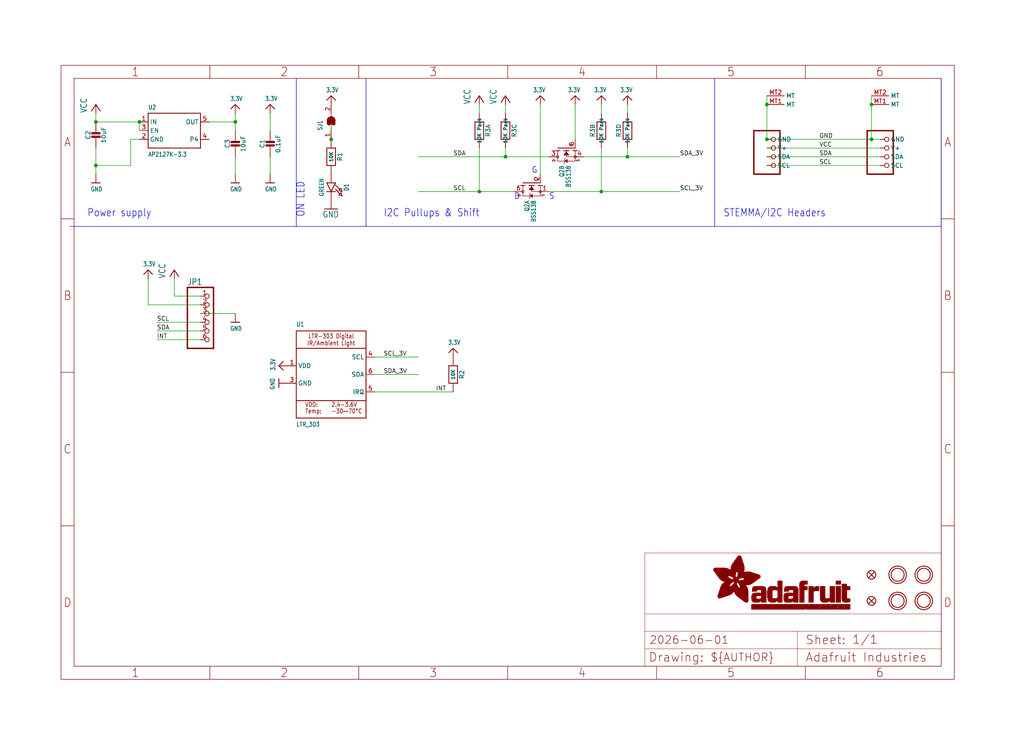
<source format=kicad_sch>
(kicad_sch (version 20230121) (generator eeschema)
  (paper "User" 298.45 217.322)
  (lib_symbols
    (symbol "working-eagle-import:3.3V" (power)
      (property "Value" "3.3V" (at -1.524 1.016 0))
      (symbol "3.3V_1_0"
        (pin power_in line (at 0 -2.54 90) (length 2.54) (name "3.3V") (number "1"))
      )
    )
    (symbol "working-eagle-import:CAP_CERAMIC0603_NO"
      (property "Reference" "C" (at -2.29 1.25 90))
      (symbol "CAP_CERAMIC0603_NO_1_0"
        (pin passive line (at 0 5.08 270) (length 2.54) (name "1") (number "1"))
        (pin passive line (at 0 -2.54 90) (length 2.54) (name "2") (number "2"))
      )
    )
    (symbol "working-eagle-import:CAP_CERAMIC0805-NOOUTLINE"
      (property "Reference" "C" (at -2.29 1.25 90))
      (symbol "CAP_CERAMIC0805-NOOUTLINE_1_0"
        (pin passive line (at 0 5.08 270) (length 2.54) (name "1") (number "1"))
        (pin passive line (at 0 -2.54 90) (length 2.54) (name "2") (number "2"))
      )
    )
    (symbol "working-eagle-import:FIDUCIAL_1MM")
    (symbol "working-eagle-import:FRAME_A4_ADAFRUIT"
      (symbol "FRAME_A4_ADAFRUIT_1_0"
        (text "${#}/${##}" (at 230.505 10.16 0) (effects (font (size 2.54 2.54)) (justify left bottom)))
        (text "${AUTHOR}" (at 189.23 5.08 0) (effects (font (size 2.286 2.286)) (justify left bottom)))
        (text "${CURRENT_DATE}" (at 171.45 10.16 0) (effects (font (size 2.286 2.286)) (justify left bottom)))
        (text "${PROJECTNAME}" (at 171.45 15.24 0) (effects (font (size 2.54 2.54)) (justify left bottom)))
        (text "1" (at 21.6958 1.905 0) (effects (font (size 2.54 2.286))))
        (text "1" (at 21.6958 177.165 0) (effects (font (size 2.54 2.286))))
        (text "2" (at 65.0875 1.905 0) (effects (font (size 2.54 2.286))))
        (text "2" (at 65.0875 177.165 0) (effects (font (size 2.54 2.286))))
        (text "3" (at 108.4792 1.905 0) (effects (font (size 2.54 2.286))))
        (text "3" (at 108.4792 177.165 0) (effects (font (size 2.54 2.286))))
        (text "4" (at 151.8708 1.905 0) (effects (font (size 2.54 2.286))))
        (text "4" (at 151.8708 177.165 0) (effects (font (size 2.54 2.286))))
        (text "5" (at 195.2625 1.905 0) (effects (font (size 2.54 2.286))))
        (text "5" (at 195.2625 177.165 0) (effects (font (size 2.54 2.286))))
        (text "6" (at 238.6542 1.905 0) (effects (font (size 2.54 2.286))))
        (text "6" (at 238.6542 177.165 0) (effects (font (size 2.54 2.286))))
        (text "A" (at 1.905 156.6863 0) (effects (font (size 2.54 2.286))))
        (text "A" (at 258.445 156.6863 0) (effects (font (size 2.54 2.286))))
        (text "Adafruit Industries" (at 216.916 4.953 0) (effects (font (size 2.54 2.54)) (justify left bottom)))
        (text "B" (at 1.905 111.9188 0) (effects (font (size 2.54 2.286))))
        (text "B" (at 258.445 111.9188 0) (effects (font (size 2.54 2.286))))
        (text "C" (at 1.905 67.1513 0) (effects (font (size 2.54 2.286))))
        (text "C" (at 258.445 67.1513 0) (effects (font (size 2.54 2.286))))
        (text "D" (at 1.905 22.3838 0) (effects (font (size 2.54 2.286))))
        (text "D" (at 258.445 22.3838 0) (effects (font (size 2.54 2.286))))
        (text "Drawing:" (at 171.196 4.953 0) (effects (font (size 2.54 2.54)) (justify left bottom)))
        (text "Sheet:" (at 216.916 10.033 0) (effects (font (size 2.54 2.54)) (justify left bottom)))
      )
    )
    (symbol "working-eagle-import:GND" (power)
      (property "Value" "GND" (at -1.524 -2.54 0))
      (symbol "GND_1_0"
        (pin power_in line (at 0 2.54 270) (length 2.54) (name "GND") (number "1"))
      )
    )
    (symbol "working-eagle-import:HEADER-1X670MIL"
      (property "Reference" "JP" (at -6.35 10.795 0))
      (symbol "HEADER-1X670MIL_1_0"
        (pin passive inverted (at -2.54 7.62 0) (length 2.54) (name "1") (number "1"))
        (pin passive inverted (at -2.54 5.08 0) (length 2.54) (name "2") (number "2"))
        (pin passive inverted (at -2.54 2.54 0) (length 2.54) (name "3") (number "3"))
        (pin passive inverted (at -2.54 0 0) (length 2.54) (name "4") (number "4"))
        (pin passive inverted (at -2.54 -2.54 0) (length 2.54) (name "5") (number "5"))
        (pin passive inverted (at -2.54 -5.08 0) (length 2.54) (name "6") (number "6"))
      )
    )
    (symbol "working-eagle-import:LED0603_NOOUTLINE"
      (property "Reference" "D" (at -1.27 4.445 0))
      (symbol "LED0603_NOOUTLINE_1_0"
        (pin passive line (at -5.08 0 0) (length 2.54) (name "A") (number "A"))
        (pin passive line (at 2.54 0 180) (length 2.54) (name "C") (number "C"))
      )
    )
    (symbol "working-eagle-import:LTR_303"
      (property "Reference" "X" (at -10.16 13.97 0))
      (symbol "LTR_303_1_0"
        (text "-30~~70°C" (at 0 -11.43 0) (effects (font (size 1.27 1.0795)) (justify left bottom)))
        (text "2.4-3.6V" (at 0 -9.525 0) (effects (font (size 1.27 1.0795)) (justify left bottom)))
        (text "LTR-303 Digital\nIR/Ambient Light" (at 0 10.16 0) (effects (font (size 1.27 1.0795))))
        (text "Temp:" (at -7.62 -11.43 0) (effects (font (size 1.27 1.0795)) (justify left bottom)))
        (text "VDD:" (at -7.62 -9.525 0) (effects (font (size 1.27 1.0795)) (justify left bottom)))
        (pin power_in line (at -12.7 2.54 0) (length 2.54) (name "VDD") (number "1"))
        (pin power_in line (at -12.7 -2.54 0) (length 2.54) (name "GND") (number "3"))
        (pin input line (at 12.7 5.08 180) (length 2.54) (name "SCL") (number "4"))
        (pin output line (at 12.7 -5.08 180) (length 2.54) (name "IRQ") (number "5"))
        (pin bidirectional line (at 12.7 0 180) (length 2.54) (name "SDA") (number "6"))
      )
    )
    (symbol "working-eagle-import:MOSFET-N_DUAL"
      (property "Reference" "Q" (at 5.08 0.635 0))
      (symbol "MOSFET-N_DUAL_1_0"
        (text "D" (at 3.175 3.175 0) (effects (font (size 0.8128 0.6908)) (justify left bottom)))
        (text "G" (at -1.27 -1.905 0) (effects (font (size 0.8128 0.6908)) (justify left bottom)))
        (text "S" (at 3.175 -3.81 0) (effects (font (size 0.8128 0.6908)) (justify left bottom)))
        (pin bidirectional line (at 2.54 -5.08 90) (length 2.54) (name "S") (number "1"))
        (pin bidirectional line (at -2.54 -2.54 0) (length 2.54) (name "G") (number "2"))
        (pin bidirectional line (at 2.54 5.08 270) (length 2.54) (name "D") (number "6"))
      )
      (symbol "MOSFET-N_DUAL_2_0"
        (text "D" (at 3.175 3.175 0) (effects (font (size 0.8128 0.6908)) (justify left bottom)))
        (text "G" (at -1.27 -1.905 0) (effects (font (size 0.8128 0.6908)) (justify left bottom)))
        (text "S" (at 3.175 -3.81 0) (effects (font (size 0.8128 0.6908)) (justify left bottom)))
        (pin bidirectional line (at 2.54 5.08 270) (length 2.54) (name "D") (number "3"))
        (pin bidirectional line (at 2.54 -5.08 90) (length 2.54) (name "S") (number "4"))
        (pin bidirectional line (at -2.54 -2.54 0) (length 2.54) (name "G") (number "5"))
      )
    )
    (symbol "working-eagle-import:MOUNTINGHOLE2.5")
    (symbol "working-eagle-import:RESISTOR_0603_NOOUT"
      (property "Reference" "R" (at 0 2.54 0))
      (symbol "RESISTOR_0603_NOOUT_1_0"
        (pin passive line (at -5.08 0 0) (length 2.54) (name "1") (number "1"))
        (pin passive line (at 5.08 0 180) (length 2.54) (name "2") (number "2"))
      )
    )
    (symbol "working-eagle-import:RESISTOR_4PACK"
      (property "Reference" "R" (at 0 2.54 0))
      (symbol "RESISTOR_4PACK_1_0"
        (pin passive line (at -5.08 0 0) (length 2.54) (name "1") (number "1"))
        (pin passive line (at 5.08 0 180) (length 2.54) (name "2") (number "8"))
      )
      (symbol "RESISTOR_4PACK_2_0"
        (pin passive line (at -5.08 0 0) (length 2.54) (name "1") (number "2"))
        (pin passive line (at 5.08 0 180) (length 2.54) (name "2") (number "7"))
      )
      (symbol "RESISTOR_4PACK_3_0"
        (pin passive line (at -5.08 0 0) (length 2.54) (name "1") (number "3"))
        (pin passive line (at 5.08 0 180) (length 2.54) (name "2") (number "6"))
      )
      (symbol "RESISTOR_4PACK_4_0"
        (pin passive line (at -5.08 0 0) (length 2.54) (name "1") (number "4"))
        (pin passive line (at 5.08 0 180) (length 2.54) (name "2") (number "5"))
      )
    )
    (symbol "working-eagle-import:SOLDERJUMPERCLOSED"
      (property "Reference" "SJ" (at -2.54 2.54 0))
      (symbol "SOLDERJUMPERCLOSED_1_0"
        (pin passive line (at -5.08 0 0) (length 2.54) (name "1") (number "1"))
        (pin passive line (at 5.08 0 180) (length 2.54) (name "2") (number "2"))
      )
    )
    (symbol "working-eagle-import:STEMMA_I2C_QT"
      (symbol "STEMMA_I2C_QT_1_0"
        (pin passive inverted (at 0 5.08 0) (length 2.54) (name "GND") (number "1"))
        (pin passive inverted (at 0 2.54 0) (length 2.54) (name "V+") (number "2"))
        (pin passive inverted (at 0 0 0) (length 2.54) (name "SDA") (number "3"))
        (pin passive inverted (at 0 -2.54 0) (length 2.54) (name "SCL") (number "4"))
      )
      (symbol "STEMMA_I2C_QT_2_0"
        (pin bidirectional line (at 0 0 0) (length 5.08) (name "MT") (number "MT1"))
      )
      (symbol "STEMMA_I2C_QT_3_0"
        (pin bidirectional line (at 0 0 0) (length 5.08) (name "MT") (number "MT2"))
      )
    )
    (symbol "working-eagle-import:VCC" (power)
      (property "Value" "VCC" (at -2.54 -2.54 90))
      (symbol "VCC_1_0"
        (pin power_in line (at 0 -2.54 90) (length 2.54) (name "VCC") (number "1"))
      )
    )
    (symbol "working-eagle-import:VREG_SOT23-5"
      (property "Reference" "U" (at -7.62 6.096 0))
      (symbol "VREG_SOT23-5_1_0"
        (pin power_in line (at -10.16 2.54 0) (length 2.54) (name "IN") (number "1"))
        (pin power_in line (at -10.16 -2.54 0) (length 2.54) (name "GND") (number "2"))
        (pin input line (at -10.16 0 0) (length 2.54) (name "EN") (number "3"))
        (pin bidirectional line (at 10.16 -2.54 180) (length 2.54) (name "P4") (number "4"))
        (pin power_in line (at 10.16 2.54 180) (length 2.54) (name "OUT") (number "5"))
      )
    )
    (symbol "working-eagle-import:supply1_GND" (power)
      (property "Value" "supply1_GND" (at -2.54 -2.54 0))
      (symbol "supply1_GND_1_0"
        (pin power_in line (at 0 2.54 270) (length 2.54) (name "GND") (number "1"))
      )
    )
  )
  (junction (at 27.94 35.56))
  (junction (at 68.58 35.56))
  (junction (at 254 40.64))
  (junction (at 139.7 55.88))
  (junction (at 27.94 48.26))
  (junction (at 96.52 40.64))
  (junction (at 182.88 45.72))
  (junction (at 175.26 55.88))
  (junction (at 147.32 45.72))
  (junction (at 254 30.48))
  (junction (at 223.52 30.48))
  (junction (at 40.64 35.56))
  (junction (at 223.52 40.64))
  (wire (pts (xy 182.88 33.02) (xy 182.88 30.48)) (stroke (width 0.1524)))
  (wire (pts (xy 58.42 93.98) (xy 45.72 93.98)) (stroke (width 0.1524)))
  (wire (pts (xy 96.52 40.64) (xy 96.52 35.6362)) (stroke (width 0.1524)))
  (wire (pts (xy 40.64 35.56) (xy 27.94 35.56)) (stroke (width 0.1524)))
  (polyline (pts (xy 106.68 22.86) (xy 106.68 66.04)) (stroke (width 0.1524) (type solid)))
  (wire (pts (xy 60.96 35.56) (xy 68.58 35.56)) (stroke (width 0.1524)))
  (wire (pts (xy 43.18 88.9) (xy 43.18 81.28)) (stroke (width 0.1524)))
  (wire (pts (xy 40.64 38.1) (xy 40.64 35.56)) (stroke (width 0.1524)))
  (wire (pts (xy 139.7 30.48) (xy 139.7 33.02)) (stroke (width 0.1524)))
  (wire (pts (xy 256.54 40.64) (xy 254 40.64)) (stroke (width 0.1524)))
  (wire (pts (xy 157.48 50.8) (xy 157.48 30.48)) (stroke (width 0.1524)))
  (wire (pts (xy 58.42 88.9) (xy 43.18 88.9)) (stroke (width 0.1524)))
  (wire (pts (xy 254 27.94) (xy 254 30.48)) (stroke (width 0.1524)))
  (wire (pts (xy 175.26 33.02) (xy 175.26 30.48)) (stroke (width 0.1524)))
  (wire (pts (xy 78.74 33.02) (xy 78.74 38.1)) (stroke (width 0.1524)))
  (wire (pts (xy 68.58 35.56) (xy 68.58 38.1)) (stroke (width 0.1524)))
  (polyline (pts (xy 86.36 66.04) (xy 106.68 66.04)) (stroke (width 0.1524) (type solid)))
  (wire (pts (xy 182.88 45.72) (xy 198.12 45.72)) (stroke (width 0.1524)))
  (wire (pts (xy 109.22 114.3) (xy 132.08 114.3)) (stroke (width 0.1524)))
  (wire (pts (xy 68.58 45.72) (xy 68.58 50.8)) (stroke (width 0.1524)))
  (wire (pts (xy 223.52 43.18) (xy 256.54 43.18)) (stroke (width 0.1524)))
  (polyline (pts (xy 208.28 66.04) (xy 274.32 66.04)) (stroke (width 0.1524) (type solid)))
  (polyline (pts (xy 106.68 66.04) (xy 208.28 66.04)) (stroke (width 0.1524) (type solid)))
  (wire (pts (xy 160.02 55.88) (xy 175.26 55.88)) (stroke (width 0.1524)))
  (wire (pts (xy 58.42 99.06) (xy 45.72 99.06)) (stroke (width 0.1524)))
  (wire (pts (xy 254 40.64) (xy 223.52 40.64)) (stroke (width 0.1524)))
  (wire (pts (xy 223.52 48.26) (xy 256.54 48.26)) (stroke (width 0.1524)))
  (wire (pts (xy 223.52 27.94) (xy 223.52 30.48)) (stroke (width 0.1524)))
  (wire (pts (xy 175.26 43.18) (xy 175.26 55.88)) (stroke (width 0.1524)))
  (wire (pts (xy 147.32 33.02) (xy 147.32 30.48)) (stroke (width 0.1524)))
  (wire (pts (xy 78.74 45.72) (xy 78.74 50.8)) (stroke (width 0.1524)))
  (wire (pts (xy 40.64 40.64) (xy 38.1 40.64)) (stroke (width 0.1524)))
  (wire (pts (xy 175.26 55.88) (xy 198.12 55.88)) (stroke (width 0.1524)))
  (wire (pts (xy 254 30.48) (xy 254 40.64)) (stroke (width 0.1524)))
  (wire (pts (xy 256.54 45.72) (xy 223.52 45.72)) (stroke (width 0.1524)))
  (wire (pts (xy 50.8 86.36) (xy 50.8 81.28)) (stroke (width 0.1524)))
  (wire (pts (xy 38.1 48.26) (xy 27.94 48.26)) (stroke (width 0.1524)))
  (polyline (pts (xy 86.36 22.86) (xy 86.36 66.04)) (stroke (width 0.1524) (type solid)))
  (wire (pts (xy 160.02 45.72) (xy 147.32 45.72)) (stroke (width 0.1524)))
  (wire (pts (xy 27.94 33.02) (xy 27.94 35.56)) (stroke (width 0.1524)))
  (wire (pts (xy 167.64 40.64) (xy 167.64 30.48)) (stroke (width 0.1524)))
  (wire (pts (xy 170.18 45.72) (xy 182.88 45.72)) (stroke (width 0.1524)))
  (wire (pts (xy 121.92 109.22) (xy 109.22 109.22)) (stroke (width 0.1524)))
  (wire (pts (xy 109.22 104.14) (xy 121.92 104.14)) (stroke (width 0.1524)))
  (wire (pts (xy 68.58 35.56) (xy 68.58 33.02)) (stroke (width 0.1524)))
  (wire (pts (xy 149.86 55.88) (xy 139.7 55.88)) (stroke (width 0.1524)))
  (wire (pts (xy 58.42 96.52) (xy 45.72 96.52)) (stroke (width 0.1524)))
  (wire (pts (xy 139.7 55.88) (xy 121.92 55.88)) (stroke (width 0.1524)))
  (wire (pts (xy 27.94 48.26) (xy 27.94 50.8)) (stroke (width 0.1524)))
  (wire (pts (xy 182.88 43.18) (xy 182.88 45.72)) (stroke (width 0.1524)))
  (polyline (pts (xy 274.32 22.86) (xy 274.32 66.04)) (stroke (width 0.1524) (type solid)))
  (wire (pts (xy 223.52 30.48) (xy 223.52 40.64)) (stroke (width 0.1524)))
  (polyline (pts (xy 20.32 66.04) (xy 86.36 66.04)) (stroke (width 0.1524) (type solid)))
  (wire (pts (xy 27.94 48.26) (xy 27.94 43.18)) (stroke (width 0.1524)))
  (wire (pts (xy 139.7 43.18) (xy 139.7 55.88)) (stroke (width 0.1524)))
  (wire (pts (xy 147.32 43.18) (xy 147.32 45.72)) (stroke (width 0.1524)))
  (wire (pts (xy 58.42 86.36) (xy 50.8 86.36)) (stroke (width 0.1524)))
  (wire (pts (xy 147.32 45.72) (xy 121.92 45.72)) (stroke (width 0.1524)))
  (wire (pts (xy 38.1 40.64) (xy 38.1 48.26)) (stroke (width 0.1524)))
  (polyline (pts (xy 208.28 22.86) (xy 208.28 66.04)) (stroke (width 0.1524) (type solid)))
  (wire (pts (xy 58.42 91.44) (xy 68.58 91.44)) (stroke (width 0.1524)))
  (text "D" (at 149.86 58.42 0) (effects (font (size 1.778 1.5113)) (justify left bottom)))
  (text "I2C Pullups & Shift" (at 111.76 63.5 0) (effects (font (size 2.1844 1.8567)) (justify left bottom)))
  (text "G" (at 154.94 50.8 0) (effects (font (size 1.778 1.5113)) (justify left bottom)))
  (text "ON LED" (at 88.9 63.5 90) (effects (font (size 2.1844 1.8567)) (justify left bottom)))
  (text "S" (at 160.02 58.42 0) (effects (font (size 1.778 1.5113)) (justify left bottom)))
  (text "STEMMA/I2C Headers" (at 210.82 63.5 0) (effects (font (size 2.1844 1.8567)) (justify left bottom)))
  (text "Power supply" (at 25.4 63.5 0) (effects (font (size 2.1844 1.8567)) (justify left bottom)))
  (label "INT" (at 127 114.3 0) (effects (font (size 1.2446 1.2446))))
  (label "SDA" (at 45.72 96.52 0) (effects (font (size 1.2446 1.2446))))
  (label "VCC" (at 238.76 43.18 0) (effects (font (size 1.2446 1.2446))))
  (label "SCL" (at 238.76 48.26 0) (effects (font (size 1.2446 1.2446))))
  (label "SCL_3V" (at 111.76 104.14 0) (effects (font (size 1.2446 1.2446))))
  (label "SCL_3V" (at 198.12 55.88 0) (effects (font (size 1.2446 1.2446))))
  (label "SCL" (at 132.08 55.88 0) (effects (font (size 1.2446 1.2446))))
  (label "SDA_3V" (at 198.12 45.72 0) (effects (font (size 1.2446 1.2446))))
  (label "SDA_3V" (at 111.76 109.22 0) (effects (font (size 1.2446 1.2446))))
  (label "SDA" (at 238.76 45.72 0) (effects (font (size 1.2446 1.2446))))
  (label "GND" (at 238.76 40.64 0) (effects (font (size 1.2446 1.2446))))
  (label "SCL" (at 45.72 93.98 0) (effects (font (size 1.2446 1.2446))))
  (label "INT" (at 45.72 99.06 0) (effects (font (size 1.2446 1.2446))))
  (label "SDA" (at 132.08 45.72 0) (effects (font (size 1.2446 1.2446))))
  (symbol (lib_id "working-eagle-import:GND") (at 78.74 53.34 0) (unit 1)
    (property "Reference" "#U$6" (effects hide))
    (property "Value" "GND" (at 77.216 55.88 0) (effects (font (size 1.27 1.0795)) (justify left bottom)))
  )
  (symbol (lib_id "working-eagle-import:VCC") (at 139.7 27.94 0) (unit 1)
    (property "Reference" "#P+1" (effects hide))
    (property "Value" "VCC" (at 137.16 30.48 90) (effects (font (size 1.778 1.5113)) (justify left bottom)))
  )
  (symbol (lib_id "working-eagle-import:STEMMA_I2C_QT") (at 254 30.48 0) (unit 2)
    (property "Reference" "CONN4" (effects hide))
    (property "Value" "STEMMA_I2C_QT" (effects hide))
    (property "Footprint" "working:JST_SH4" (effects hide))
  )
  (symbol (lib_id "working-eagle-import:STEMMA_I2C_QT") (at 254 27.94 0) (unit 3)
    (property "Reference" "CONN4" (effects hide))
    (property "Value" "STEMMA_I2C_QT" (effects hide))
    (property "Footprint" "working:JST_SH4" (effects hide))
  )
  (symbol (lib_id "working-eagle-import:3.3V") (at 96.52 27.94 0) (unit 1)
    (property "Reference" "#U$3" (effects hide))
    (property "Value" "3.3V" (at 94.996 26.924 0) (effects (font (size 1.27 1.0795)) (justify left bottom)))
  )
  (symbol (lib_id "working-eagle-import:VCC") (at 27.94 30.48 0) (unit 1)
    (property "Reference" "#P+3" (effects hide))
    (property "Value" "VCC" (at 25.4 33.02 90) (effects (font (size 1.778 1.5113)) (justify left bottom)))
  )
  (symbol (lib_id "working-eagle-import:RESISTOR_4PACK") (at 182.88 38.1 90) (mirror x) (unit 4)
    (property "Reference" "R3" (at 180.34 38.1 0))
    (property "Value" "10K Pack" (at 182.88 38.1 0) (effects (font (size 1.016 1.016) bold)))
    (property "Footprint" "working:RESPACK_4X0603" (effects hide))
  )
  (symbol (lib_id "working-eagle-import:GND") (at 81.28 111.76 270) (unit 1)
    (property "Reference" "#U$11" (effects hide))
    (property "Value" "GND" (at 78.74 110.236 0) (effects (font (size 1.27 1.0795)) (justify left bottom)))
  )
  (symbol (lib_id "working-eagle-import:FIDUCIAL_1MM") (at 254 167.64 0) (unit 1)
    (property "Reference" "FID4" (effects hide))
    (property "Value" "FIDUCIAL_1MM" (effects hide))
    (property "Footprint" "working:FIDUCIAL_1MM" (effects hide))
  )
  (symbol (lib_id "working-eagle-import:RESISTOR_4PACK") (at 147.32 38.1 270) (unit 3)
    (property "Reference" "R3" (at 149.86 38.1 0))
    (property "Value" "10K Pack" (at 147.32 38.1 0) (effects (font (size 1.016 1.016) bold)))
    (property "Footprint" "working:RESPACK_4X0603" (effects hide))
  )
  (symbol (lib_id "working-eagle-import:3.3V") (at 167.64 27.94 0) (mirror y) (unit 1)
    (property "Reference" "#U$23" (effects hide))
    (property "Value" "3.3V" (at 169.164 26.924 0) (effects (font (size 1.27 1.0795)) (justify left bottom)))
  )
  (symbol (lib_id "working-eagle-import:CAP_CERAMIC0805-NOOUTLINE") (at 27.94 40.64 0) (unit 1)
    (property "Reference" "C2" (at 25.65 39.39 90))
    (property "Value" "10uF" (at 30.24 39.39 90))
    (property "Footprint" "working:0805-NO" (effects hide))
  )
  (symbol (lib_id "working-eagle-import:STEMMA_I2C_QT") (at 256.54 45.72 0) (unit 1)
    (property "Reference" "CONN4" (effects hide))
    (property "Value" "STEMMA_I2C_QT" (effects hide))
    (property "Footprint" "working:JST_SH4" (effects hide))
  )
  (symbol (lib_id "working-eagle-import:SOLDERJUMPERCLOSED") (at 96.52 35.56 90) (unit 1)
    (property "Reference" "SJ1" (at 93.98 38.1 0) (effects (font (size 1.27 1.0795)) (justify left bottom)))
    (property "Value" "SOLDERJUMPERCLOSED" (effects hide))
    (property "Footprint" "working:SOLDERJUMPER_CLOSEDWIRE" (effects hide))
  )
  (symbol (lib_id "working-eagle-import:VCC") (at 147.32 27.94 0) (unit 1)
    (property "Reference" "#P+2" (effects hide))
    (property "Value" "VCC" (at 144.78 30.48 90) (effects (font (size 1.778 1.5113)) (justify left bottom)))
  )
  (symbol (lib_id "working-eagle-import:3.3V") (at 81.28 106.68 90) (unit 1)
    (property "Reference" "#U$4" (effects hide))
    (property "Value" "3.3V" (at 80.264 108.204 0) (effects (font (size 1.27 1.0795)) (justify left bottom)))
  )
  (symbol (lib_id "working-eagle-import:STEMMA_I2C_QT") (at 223.52 30.48 0) (unit 2)
    (property "Reference" "CONN3" (effects hide))
    (property "Value" "STEMMA_I2C_QT" (effects hide))
    (property "Footprint" "working:JST_SH4" (effects hide))
  )
  (symbol (lib_id "working-eagle-import:3.3V") (at 78.74 30.48 0) (unit 1)
    (property "Reference" "#U$14" (effects hide))
    (property "Value" "3.3V" (at 77.216 29.464 0) (effects (font (size 1.27 1.0795)) (justify left bottom)))
  )
  (symbol (lib_id "working-eagle-import:3.3V") (at 157.48 27.94 0) (mirror y) (unit 1)
    (property "Reference" "#U$26" (effects hide))
    (property "Value" "3.3V" (at 159.004 26.924 0) (effects (font (size 1.27 1.0795)) (justify left bottom)))
  )
  (symbol (lib_id "working-eagle-import:LED0603_NOOUTLINE") (at 96.52 55.88 270) (unit 1)
    (property "Reference" "D1" (at 100.965 54.61 0) (effects (font (size 1.27 1.0795))))
    (property "Value" "GREEN" (at 93.726 54.61 0) (effects (font (size 1.27 1.0795))))
    (property "Footprint" "working:CHIPLED_0603_NOOUTLINE" (effects hide))
  )
  (symbol (lib_id "working-eagle-import:RESISTOR_4PACK") (at 139.7 38.1 270) (unit 1)
    (property "Reference" "R3" (at 142.24 38.1 0))
    (property "Value" "10K Pack" (at 139.7 38.1 0) (effects (font (size 1.016 1.016) bold)))
    (property "Footprint" "working:RESPACK_4X0603" (effects hide))
  )
  (symbol (lib_id "working-eagle-import:CAP_CERAMIC0805-NOOUTLINE") (at 68.58 43.18 0) (unit 1)
    (property "Reference" "C3" (at 66.29 41.93 90))
    (property "Value" "10uF" (at 70.88 41.93 90))
    (property "Footprint" "working:0805-NO" (effects hide))
  )
  (symbol (lib_id "working-eagle-import:RESISTOR_4PACK") (at 175.26 38.1 90) (mirror x) (unit 2)
    (property "Reference" "R3" (at 172.72 38.1 0))
    (property "Value" "10K Pack" (at 175.26 38.1 0) (effects (font (size 1.016 1.016) bold)))
    (property "Footprint" "working:RESPACK_4X0603" (effects hide))
  )
  (symbol (lib_id "working-eagle-import:3.3V") (at 68.58 30.48 0) (unit 1)
    (property "Reference" "#U$15" (effects hide))
    (property "Value" "3.3V" (at 67.056 29.464 0) (effects (font (size 1.27 1.0795)) (justify left bottom)))
  )
  (symbol (lib_id "working-eagle-import:3.3V") (at 182.88 27.94 0) (mirror y) (unit 1)
    (property "Reference" "#U$7" (effects hide))
    (property "Value" "3.3V" (at 184.404 26.924 0) (effects (font (size 1.27 1.0795)) (justify left bottom)))
  )
  (symbol (lib_id "working-eagle-import:supply1_GND") (at 96.52 60.96 0) (unit 1)
    (property "Reference" "#GND6" (effects hide))
    (property "Value" "GND" (at 93.98 63.5 0) (effects (font (size 1.778 1.5113)) (justify left bottom)))
  )
  (symbol (lib_id "working-eagle-import:MOUNTINGHOLE2.5") (at 269.24 175.26 0) (unit 1)
    (property "Reference" "U$21" (effects hide))
    (property "Value" "MOUNTINGHOLE2.5" (effects hide))
    (property "Footprint" "working:MOUNTINGHOLE_2.5_PLATED" (effects hide))
  )
  (symbol (lib_id "working-eagle-import:3.3V") (at 175.26 27.94 0) (mirror y) (unit 1)
    (property "Reference" "#U$24" (effects hide))
    (property "Value" "3.3V" (at 176.784 26.924 0) (effects (font (size 1.27 1.0795)) (justify left bottom)))
  )
  (symbol (lib_id "working-eagle-import:FIDUCIAL_1MM") (at 254 175.26 0) (unit 1)
    (property "Reference" "FID3" (effects hide))
    (property "Value" "FIDUCIAL_1MM" (effects hide))
    (property "Footprint" "working:FIDUCIAL_1MM" (effects hide))
  )
  (symbol (lib_id "working-eagle-import:HEADER-1X670MIL") (at 60.96 93.98 0) (unit 1)
    (property "Reference" "JP1" (at 54.61 83.185 0) (effects (font (size 1.778 1.5113)) (justify left bottom)))
    (property "Value" "HEADER-1X670MIL" (effects hide))
    (property "Footprint" "working:1X06_ROUND_70" (effects hide))
  )
  (symbol (lib_id "working-eagle-import:MOUNTINGHOLE2.5") (at 261.62 175.26 0) (unit 1)
    (property "Reference" "U$1" (effects hide))
    (property "Value" "MOUNTINGHOLE2.5" (effects hide))
    (property "Footprint" "working:MOUNTINGHOLE_2.5_PLATED" (effects hide))
  )
  (symbol (lib_id "working-eagle-import:FRAME_A4_ADAFRUIT") (at 17.78 198.12 0) (unit 1)
    (property "Reference" "#U$18" (effects hide))
    (property "Value" "FRAME_A4_ADAFRUIT" (effects hide))
  )
  (symbol (lib_id "working-eagle-import:VCC") (at 50.8 78.74 0) (unit 1)
    (property "Reference" "#P+4" (effects hide))
    (property "Value" "VCC" (at 48.26 81.28 90) (effects (font (size 1.778 1.5113)) (justify left bottom)))
  )
  (symbol (lib_id "working-eagle-import:VREG_SOT23-5") (at 50.8 38.1 0) (unit 1)
    (property "Reference" "U2" (at 43.18 32.004 0) (effects (font (size 1.27 1.0795)) (justify left bottom)))
    (property "Value" "AP2127K-3.3" (at 43.18 45.72 0) (effects (font (size 1.27 1.0795)) (justify left bottom)))
    (property "Footprint" "working:SOT23-5" (effects hide))
  )
  (symbol (lib_id "working-eagle-import:3.3V") (at 132.08 101.6 0) (unit 1)
    (property "Reference" "#U$2" (effects hide))
    (property "Value" "3.3V" (at 130.556 100.584 0) (effects (font (size 1.27 1.0795)) (justify left bottom)))
  )
  (symbol (lib_id "working-eagle-import:3.3V") (at 43.18 78.74 0) (unit 1)
    (property "Reference" "#U$16" (effects hide))
    (property "Value" "3.3V" (at 41.656 77.724 0) (effects (font (size 1.27 1.0795)) (justify left bottom)))
  )
  (symbol (lib_id "working-eagle-import:CAP_CERAMIC0603_NO") (at 78.74 43.18 0) (unit 1)
    (property "Reference" "C1" (at 76.45 41.93 90))
    (property "Value" "0.1uF" (at 81.04 41.93 90))
    (property "Footprint" "working:0603-NO" (effects hide))
  )
  (symbol (lib_id "working-eagle-import:GND") (at 68.58 53.34 0) (unit 1)
    (property "Reference" "#U$5" (effects hide))
    (property "Value" "GND" (at 67.056 55.88 0) (effects (font (size 1.27 1.0795)) (justify left bottom)))
  )
  (symbol (lib_id "working-eagle-import:STEMMA_I2C_QT") (at 223.52 45.72 0) (unit 1)
    (property "Reference" "CONN3" (effects hide))
    (property "Value" "STEMMA_I2C_QT" (effects hide))
    (property "Footprint" "working:JST_SH4" (effects hide))
  )
  (symbol (lib_id "working-eagle-import:GND") (at 27.94 53.34 0) (unit 1)
    (property "Reference" "#U$13" (effects hide))
    (property "Value" "GND" (at 26.416 55.88 0) (effects (font (size 1.27 1.0795)) (justify left bottom)))
  )
  (symbol (lib_id "working-eagle-import:MOUNTINGHOLE2.5") (at 269.24 167.64 0) (unit 1)
    (property "Reference" "U$19" (effects hide))
    (property "Value" "MOUNTINGHOLE2.5" (effects hide))
    (property "Footprint" "working:MOUNTINGHOLE_2.5_PLATED" (effects hide))
  )
  (symbol (lib_id "working-eagle-import:STEMMA_I2C_QT") (at 223.52 27.94 0) (unit 3)
    (property "Reference" "CONN3" (effects hide))
    (property "Value" "STEMMA_I2C_QT" (effects hide))
    (property "Footprint" "working:JST_SH4" (effects hide))
  )
  (symbol (lib_id "working-eagle-import:MOSFET-N_DUAL") (at 154.94 53.34 90) (mirror x) (unit 1)
    (property "Reference" "Q2" (at 154.305 58.42 0) (effects (font (size 1.27 1.0795)) (justify left bottom)))
    (property "Value" "BSS138" (at 156.21 58.42 0) (effects (font (size 1.27 1.0795)) (justify left bottom)))
    (property "Footprint" "working:SOT363" (effects hide))
  )
  (symbol (lib_id "working-eagle-import:RESISTOR_0603_NOOUT") (at 132.08 109.22 270) (unit 1)
    (property "Reference" "R2" (at 134.62 109.22 0))
    (property "Value" "10K" (at 132.08 109.22 0) (effects (font (size 1.016 1.016) bold)))
    (property "Footprint" "working:0603-NO" (effects hide))
  )
  (symbol (lib_id "working-eagle-import:LTR_303") (at 96.52 109.22 0) (unit 1)
    (property "Reference" "U1" (at 86.36 95.25 0) (effects (font (size 1.27 1.0795)) (justify left bottom)))
    (property "Value" "LTR_303" (at 86.36 124.46 0) (effects (font (size 1.27 1.0795)) (justify left bottom)))
    (property "Footprint" "working:LTR390" (effects hide))
  )
  (symbol (lib_id "working-eagle-import:MOUNTINGHOLE2.5") (at 261.62 167.64 0) (unit 1)
    (property "Reference" "U$17" (effects hide))
    (property "Value" "MOUNTINGHOLE2.5" (effects hide))
    (property "Footprint" "working:MOUNTINGHOLE_2.5_PLATED" (effects hide))
  )
  (symbol (lib_id "working-eagle-import:GND") (at 68.58 93.98 0) (unit 1)
    (property "Reference" "#U$10" (effects hide))
    (property "Value" "GND" (at 67.056 96.52 0) (effects (font (size 1.27 1.0795)) (justify left bottom)))
  )
  (symbol (lib_id "working-eagle-import:RESISTOR_0603_NOOUT") (at 96.52 45.72 270) (unit 1)
    (property "Reference" "R1" (at 99.06 45.72 0))
    (property "Value" "10K" (at 96.52 45.72 0) (effects (font (size 1.016 1.016) bold)))
    (property "Footprint" "working:0603-NO" (effects hide))
  )
  (symbol (lib_id "working-eagle-import:MOSFET-N_DUAL") (at 165.1 43.18 90) (mirror x) (unit 2)
    (property "Reference" "Q2" (at 164.465 48.26 0) (effects (font (size 1.27 1.0795)) (justify left bottom)))
    (property "Value" "BSS138" (at 166.37 48.26 0) (effects (font (size 1.27 1.0795)) (justify left bottom)))
    (property "Footprint" "working:SOT363" (effects hide))
  )
)
</source>
